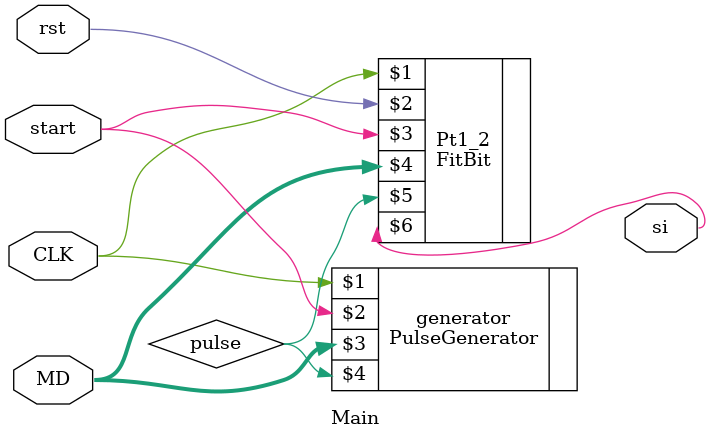
<source format=v>
`timescale 1ns / 1ps


module Main(
    input CLK, rst, start,
    input [1:0] MD,
    output si);
    
PulseGenerator generator(CLK, start, MD, pulse);
FitBit Pt1_2(CLK, rst, start, MD, pulse, si);
    
endmodule

</source>
